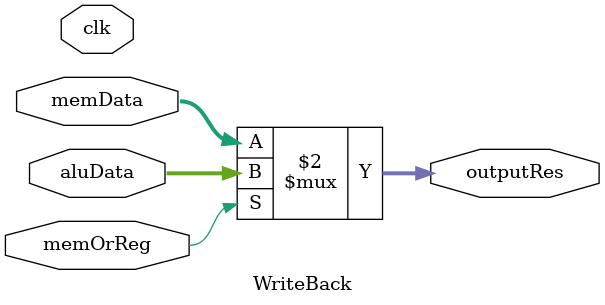
<source format=v>

/*
Module name   : Write Back 
Author	      : Ziad Sherif
Functionality : A simple write back module which received data from alu and data memory , and choose one of them dependent on Memory-Reg-Bit
*/

module WriteBack (
    memOrReg,
    memData,
    aluData,
    outputRes,
    clk
);
  input memOrReg, clk;
  input [15:0] memData, aluData;
  output reg [15:0] outputRes;

  always @(*) begin
		outputRes = memOrReg ? aluData : memData;
  end

endmodule

</source>
